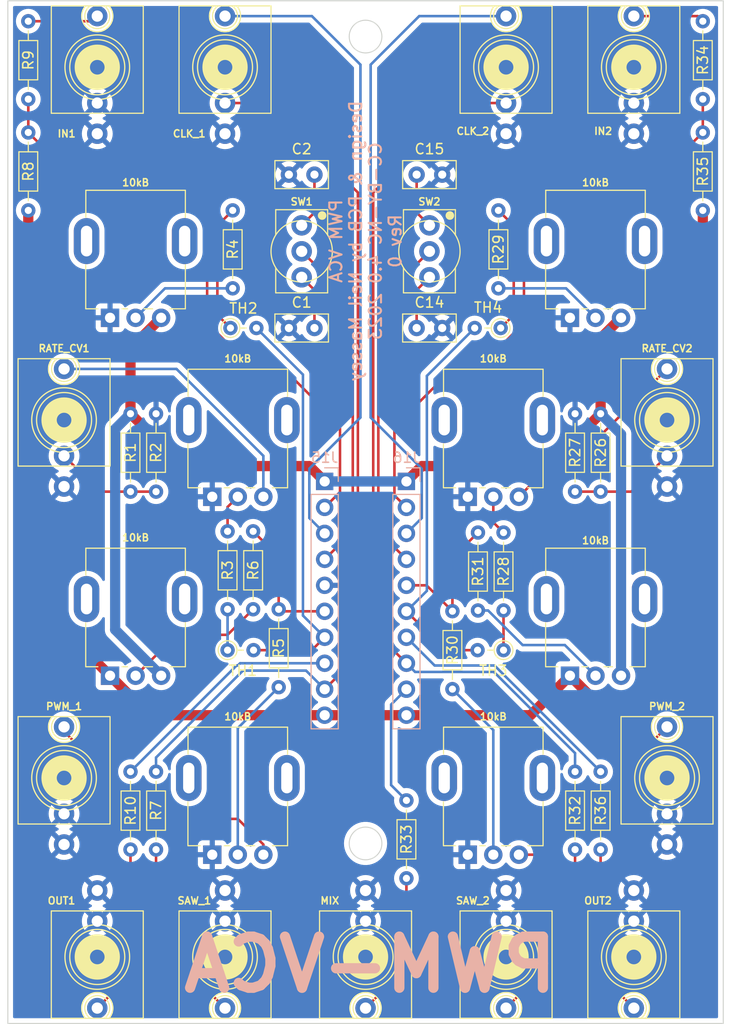
<source format=kicad_pcb>
(kicad_pcb (version 20211014) (generator pcbnew)
  (layers (0 "F.Cu" signal) (31 "B.Cu" signal) (34 "B.Paste" user) (35 "F.Paste" user) (36 "B.SilkS" user "B.Silkscreen") (37 "F.SilkS" user "F.Silkscreen") (38 "B.Mask" user) (39 "F.Mask" user) (44 "Edge.Cuts" user))
  (net 0 "")
  (net 1 "Net-(C1-Pad1)")
  (net 2 "GND")
  (net 3 "Net-(C2-Pad1)")
  (net 4 "Net-(C14-Pad1)")
  (net 5 "Net-(C15-Pad1)")
  (net 6 "Net-(J1-PadT)")
  (net 7 "Net-(J1-PadTN)")
  (net 8 "Net-(J2-PadT)")
  (net 9 "CLK_IN_1")
  (net 10 "SAW_1")
  (net 11 "Net-(J4-PadT)")
  (net 12 "Net-(J5-PadT)")
  (net 13 "Net-(J6-PadT)")
  (net 14 "Net-(J8-PadT)")
  (net 15 "Net-(J8-PadTN)")
  (net 16 "Net-(J9-PadT)")
  (net 17 "CLK_IN_2")
  (net 18 "SAW_2")
  (net 19 "Net-(J11-PadT)")
  (net 20 "Net-(J12-PadT)")
  (net 21 "Net-(J13-PadT)")
  (net 22 "Net-(J14-PadT)")
  (net 23 "+12V")
  (net 24 "IN_1")
  (net 25 "CV1")
  (net 26 "PW1")
  (net 27 "RATE_SEL_1")
  (net 28 "OUT_1")
  (net 29 "-12V")
  (net 30 "IN_2")
  (net 31 "CV2")
  (net 32 "PW2")
  (net 33 "RATE_SEL_2")
  (net 34 "MIX")
  (net 35 "OUT_2")
  (net 36 "Net-(PW1-Pad2)")
  (net 37 "Net-(PW2-Pad2)")
  (net 38 "Net-(PwmCV1-Pad2)")
  (net 39 "Net-(PwmCV2-Pad2)")
  (net 40 "Net-(R3-Pad1)")
  (net 41 "Net-(R3-Pad2)")
  (net 42 "Net-(R4-Pad1)")
  (net 43 "Net-(R4-Pad2)")
  (net 44 "Net-(R28-Pad1)")
  (net 45 "Net-(R28-Pad2)")
  (net 46 "Net-(R29-Pad1)")
  (net 47 "Net-(R29-Pad2)")
  (footprint "Resistor_THT:R_Axial_DIN0204_L3.6mm_D1.6mm_P7.62mm_Horizontal" (layer "F.Cu") (at 22 28.12 90)
    (fp_text reference "R4" (at 3.81 0 90) (layer "F.SilkS"))
    (fp_text value "100k")
    (pad "1" thru_hole circle (at 0 0 90) (size 1.4 1.4) (drill 0.7) (layers *.Cu *.Mask) (net 42 "Net-(R4-Pad1)"))
    (pad "2" thru_hole oval (at 7.62 0 90) (size 1.4 1.4) (drill 0.7) (layers *.Cu *.Mask) (net 43 "Net-(R4-Pad2)"))
  )
  (footprint "winterbloom:Potentiometer_Alpha_R0904N" (layer "F.Cu") (at 12.5 23.5)
    (fp_text reference "Rate1")
    (fp_text value "10kB" (at 0.005 -5.72) (layer "F.SilkS") (effects (font (size 0.7 0.7))))
    (pad "" thru_hole oval (at 4.8 0 180) (size 2.5 4.5) (drill oval 1.1 3) (layers *.Cu *.Mask))
    (pad "" thru_hole oval (at -4.8 0 180) (size 2.5 4.5) (drill oval 1.1 3) (layers *.Cu *.Mask))
    (pad "1" thru_hole rect (at -2.5 7.5 180) (size 1.8 1.8) (drill 1) (layers *.Cu *.Mask) (net 2 "GND"))
    (pad "2" thru_hole circle (at 0 7.5 180) (size 1.8 1.8) (drill 1) (layers *.Cu *.Mask) (net 42 "Net-(R4-Pad1)"))
    (pad "3" thru_hole circle (at 2.5 7.5 180) (size 1.8 1.8) (drill 1) (layers *.Cu *.Mask) (net 23 "+12V"))
  )
  (footprint "Resistor_THT:R_Axial_DIN0204_L3.6mm_D1.6mm_P7.62mm_Horizontal" (layer "F.Cu") (at 58 40.38 -90)
    (fp_text reference "R26" (at 3.81 0 90) (layer "F.SilkS"))
    (fp_text value "100k")
    (pad "1" thru_hole circle (at 0 0 270) (size 1.4 1.4) (drill 0.7) (layers *.Cu *.Mask) (net 23 "+12V"))
    (pad "2" thru_hole oval (at 7.62 0 270) (size 1.4 1.4) (drill 0.7) (layers *.Cu *.Mask) (net 15 "Net-(J8-PadTN)"))
  )
  (footprint "winterbloom:AudioJack_WQP518MA" (layer "F.Cu") (at 61.25 93.5 180)
    (fp_text reference "J14" hide)
    (fp_text value "OUT2" (at 3.5 5.5) (layer "F.SilkS") (effects (font (size 0.7 0.7))))
    (pad "S" thru_hole circle (at 0 6.5 180) (size 2 2) (drill 1.1) (layers *.Cu *.Mask) (net 2 "GND"))
    (pad "T" thru_hole circle (at 0 -5 180) (size 2 2) (drill 1.1) (layers *.Cu *.Mask) (net 22 "Net-(J14-PadT)"))
    (pad "TN" thru_hole circle (at 0 3.5 180) (size 2 2) (drill 1.1) (layers *.Cu *.Mask) (net 2 "GND"))
  )
  (footprint "winterbloom:Potentiometer_Alpha_R0904N" (layer "F.Cu") (at 47.5 41)
    (fp_text reference "RateCV2")
    (fp_text value "10kB" (at 0 -6) (layer "F.SilkS") (effects (font (size 0.7 0.7))))
    (pad "" thru_hole oval (at -4.8 0 180) (size 2.5 4.5) (drill oval 1.1 3) (layers *.Cu *.Mask))
    (pad "" thru_hole oval (at 4.8 0 180) (size 2.5 4.5) (drill oval 1.1 3) (layers *.Cu *.Mask))
    (pad "1" thru_hole rect (at -2.5 7.5 180) (size 1.8 1.8) (drill 1) (layers *.Cu *.Mask) (net 2 "GND"))
    (pad "2" thru_hole circle (at 0 7.5 180) (size 1.8 1.8) (drill 1) (layers *.Cu *.Mask) (net 44 "Net-(R28-Pad1)"))
    (pad "3" thru_hole circle (at 2.5 7.5 180) (size 1.8 1.8) (drill 1) (layers *.Cu *.Mask) (net 14 "Net-(J8-PadT)"))
  )
  (footprint "winterbloom:Potentiometer_Alpha_R0904N" (layer "F.Cu") (at 22.5 76)
    (fp_text reference "PwmCV1")
    (fp_text value "10kB" (at 0 -6) (layer "F.SilkS") (effects (font (size 0.7 0.7))))
    (pad "" thru_hole oval (at -4.8 0 180) (size 2.5 4.5) (drill oval 1.1 3) (layers *.Cu *.Mask))
    (pad "" thru_hole oval (at 4.8 0 180) (size 2.5 4.5) (drill oval 1.1 3) (layers *.Cu *.Mask))
    (pad "1" thru_hole rect (at -2.5 7.5 180) (size 1.8 1.8) (drill 1) (layers *.Cu *.Mask) (net 2 "GND"))
    (pad "2" thru_hole circle (at 0 7.5 180) (size 1.8 1.8) (drill 1) (layers *.Cu *.Mask) (net 38 "Net-(PwmCV1-Pad2)"))
    (pad "3" thru_hole circle (at 2.5 7.5 180) (size 1.8 1.8) (drill 1) (layers *.Cu *.Mask) (net 8 "Net-(J2-PadT)"))
  )
  (footprint "Resistor_THT:R_Axial_DIN0204_L3.6mm_D1.6mm_P7.62mm_Horizontal" (layer "F.Cu") (at 21.5 51.88 -90)
    (fp_text reference "R3" (at 3.81 0 90) (layer "F.SilkS"))
    (fp_text value "100k")
    (pad "1" thru_hole circle (at 0 0 270) (size 1.4 1.4) (drill 0.7) (layers *.Cu *.Mask) (net 40 "Net-(R3-Pad1)"))
    (pad "2" thru_hole oval (at 7.62 0 270) (size 1.4 1.4) (drill 0.7) (layers *.Cu *.Mask) (net 41 "Net-(R3-Pad2)"))
  )
  (footprint "Resistor_THT:R_Axial_DIN0204_L3.6mm_D1.6mm_P7.62mm_Horizontal" (layer "F.Cu") (at 55.5 83 90)
    (fp_text reference "R32" (at 3.81 0 90) (layer "F.SilkS"))
    (fp_text value "1k")
    (pad "1" thru_hole circle (at 0 0 90) (size 1.4 1.4) (drill 0.7) (layers *.Cu *.Mask) (net 19 "Net-(J11-PadT)"))
    (pad "2" thru_hole oval (at 7.62 0 90) (size 1.4 1.4) (drill 0.7) (layers *.Cu *.Mask) (net 18 "SAW_2"))
  )
  (footprint "Resistor_THT:R_Axial_DIN0204_L3.6mm_D1.6mm_P7.62mm_Horizontal" (layer "F.Cu") (at 55.5 48 90)
    (fp_text reference "R27" (at 3.81 0 90) (layer "F.SilkS"))
    (fp_text value "22k")
    (pad "1" thru_hole circle (at 0 0 90) (size 1.4 1.4) (drill 0.7) (layers *.Cu *.Mask) (net 15 "Net-(J8-PadTN)"))
    (pad "2" thru_hole oval (at 7.62 0 90) (size 1.4 1.4) (drill 0.7) (layers *.Cu *.Mask) (net 2 "GND"))
  )
  (footprint "Resistor_THT:R_Axial_DIN0204_L3.6mm_D1.6mm_P7.62mm_Horizontal" (layer "F.Cu") (at 14.5 83 90)
    (fp_text reference "R7" (at 3.81 0 90) (layer "F.SilkS"))
    (fp_text value "1k")
    (pad "1" thru_hole circle (at 0 0 90) (size 1.4 1.4) (drill 0.7) (layers *.Cu *.Mask) (net 11 "Net-(J4-PadT)"))
    (pad "2" thru_hole oval (at 7.62 0 90) (size 1.4 1.4) (drill 0.7) (layers *.Cu *.Mask) (net 10 "SAW_1"))
  )
  (footprint "winterbloom:Potentiometer_Alpha_R0904N" (layer "F.Cu") (at 12.5 58.5)
    (fp_text reference "PW1")
    (fp_text value "10kB" (at 0 -6) (layer "F.SilkS") (effects (font (size 0.7 0.7))))
    (pad "" thru_hole oval (at 4.8 0 180) (size 2.5 4.5) (drill oval 1.1 3) (layers *.Cu *.Mask))
    (pad "" thru_hole oval (at -4.8 0 180) (size 2.5 4.5) (drill oval 1.1 3) (layers *.Cu *.Mask))
    (pad "1" thru_hole rect (at -2.5 7.5 180) (size 1.8 1.8) (drill 1) (layers *.Cu *.Mask) (net 29 "-12V"))
    (pad "2" thru_hole circle (at 0 7.5 180) (size 1.8 1.8) (drill 1) (layers *.Cu *.Mask) (net 36 "Net-(PW1-Pad2)"))
    (pad "3" thru_hole circle (at 2.5 7.5 180) (size 1.8 1.8) (drill 1) (layers *.Cu *.Mask) (net 23 "+12V"))
  )
  (footprint "winterbloom:Potentiometer_Alpha_R0904N" (layer "F.Cu") (at 22.5 41)
    (fp_text reference "RateCV1")
    (fp_text value "10kB" (at 0 -6) (layer "F.SilkS") (effects (font (size 0.7 0.7))))
    (pad "" thru_hole oval (at 4.8 0 180) (size 2.5 4.5) (drill oval 1.1 3) (layers *.Cu *.Mask))
    (pad "" thru_hole oval (at -4.8 0 180) (size 2.5 4.5) (drill oval 1.1 3) (layers *.Cu *.Mask))
    (pad "1" thru_hole rect (at -2.5 7.5 180) (size 1.8 1.8) (drill 1) (layers *.Cu *.Mask) (net 2 "GND"))
    (pad "2" thru_hole circle (at 0 7.5 180) (size 1.8 1.8) (drill 1) (layers *.Cu *.Mask) (net 40 "Net-(R3-Pad1)"))
    (pad "3" thru_hole circle (at 2.5 7.5 180) (size 1.8 1.8) (drill 1) (layers *.Cu *.Mask) (net 6 "Net-(J1-PadT)"))
  )
  (footprint "Resistor_THT:R_Axial_DIN0204_L3.6mm_D1.6mm_P7.62mm_Horizontal" (layer "F.Cu") (at 43.5 67.31 90)
    (fp_text reference "R30" (at 3.81 0 90) (layer "F.SilkS"))
    (fp_text value "100k")
    (pad "1" thru_hole circle (at 0 0 90) (size 1.4 1.4) (drill 0.7) (layers *.Cu *.Mask) (net 39 "Net-(PwmCV2-Pad2)"))
    (pad "2" thru_hole oval (at 7.62 0 90) (size 1.4 1.4) (drill 0.7) (layers *.Cu *.Mask) (net 32 "PW2"))
  )
  (footprint "winterbloom:AudioJack_WQP518MA" (layer "F.Cu") (at 48.75 93.5 180)
    (fp_text reference "J11" hide)
    (fp_text value "SAW_2" (at 3.25 5.5) (layer "F.SilkS") (effects (font (size 0.7 0.7))))
    (pad "S" thru_hole circle (at 0 6.5 180) (size 2 2) (drill 1.1) (layers *.Cu *.Mask) (net 2 "GND"))
    (pad "T" thru_hole circle (at 0 -5 180) (size 2 2) (drill 1.1) (layers *.Cu *.Mask) (net 19 "Net-(J11-PadT)"))
    (pad "TN" thru_hole circle (at 0 3.5 180) (size 2 2) (drill 1.1) (layers *.Cu *.Mask) (net 2 "GND"))
  )
  (footprint "winterbloom:Miniature_Switch_SPDT_2.54MM" (layer "F.Cu") (at 41.25 24.5)
    (fp_text reference "SW2" (at 0 -4.85 unlocked) (layer "F.SilkS") (effects (font (size 0.7 0.7))))
    (fp_text value "SW_SPDT")
    (pad "1" thru_hole circle (at 0 -2.54) (size 2 2) (drill 1.1) (layers *.Cu *.Mask) (net 5 "Net-(C15-Pad1)"))
    (pad "2" thru_hole circle (at 0 0) (size 2 2) (drill 1.1) (layers *.Cu *.Mask) (net 33 "RATE_SEL_2"))
    (pad "3" thru_hole circle (at 0 2.54) (size 2 2) (drill 1.1) (layers *.Cu *.Mask) (net 4 "Net-(C14-Pad1)"))
  )
  (footprint "Resistor_THT:R_Axial_DIN0204_L3.6mm_D1.6mm_P7.62mm_Horizontal" (layer "F.Cu") (at 12 40.38 -90)
    (fp_text reference "R1" (at 3.81 0 90) (layer "F.SilkS"))
    (fp_text value "100k")
    (pad "1" thru_hole circle (at 0 0 270) (size 1.4 1.4) (drill 0.7) (layers *.Cu *.Mask) (net 23 "+12V"))
    (pad "2" thru_hole oval (at 7.62 0 270) (size 1.4 1.4) (drill 0.7) (layers *.Cu *.Mask) (net 7 "Net-(J1-PadTN)"))
  )
  (footprint "Capacitor_THT:C_Disc_D5.0mm_W2.5mm_P2.50mm" (layer "F.Cu") (at 40 17)
    (fp_text reference "C15" (at 1.25 -2.5) (layer "F.SilkS"))
    (fp_text value "220nF")
    (pad "1" thru_hole circle (at 0 0) (size 1.6 1.6) (drill 0.8) (layers *.Cu *.Mask) (net 5 "Net-(C15-Pad1)"))
    (pad "2" thru_hole circle (at 2.5 0) (size 1.6 1.6) (drill 0.8) (layers *.Cu *.Mask) (net 2 "GND"))
  )
  (footprint "Resistor_THT:R_Axial_DIN0204_L3.6mm_D1.6mm_P7.62mm_Horizontal" (layer "F.Cu") (at 26.5 67.12 90)
    (fp_text reference "R5" (at 3.81 0 90) (layer "F.SilkS"))
    (fp_text value "100k")
    (pad "1" thru_hole circle (at 0 0 90) (size 1.4 1.4) (drill 0.7) (layers *.Cu *.Mask) (net 38 "Net-(PwmCV1-Pad2)"))
    (pad "2" thru_hole oval (at 7.62 0 90) (size 1.4 1.4) (drill 0.7) (layers *.Cu *.Mask) (net 26 "PW1"))
  )
  (footprint "winterbloom:Potentiometer_Alpha_R0904N" (layer "F.Cu") (at 57.5 58.5)
    (fp_text reference "PW2")
    (fp_text value "10kB" (at 0.005 -5.72) (layer "F.SilkS") (effects (font (size 0.7 0.7))))
    (pad "" thru_hole oval (at 4.8 0 180) (size 2.5 4.5) (drill oval 1.1 3) (layers *.Cu *.Mask))
    (pad "" thru_hole oval (at -4.8 0 180) (size 2.5 4.5) (drill oval 1.1 3) (layers *.Cu *.Mask))
    (pad "1" thru_hole rect (at -2.5 7.5 180) (size 1.8 1.8) (drill 1) (layers *.Cu *.Mask) (net 29 "-12V"))
    (pad "2" thru_hole circle (at 0 7.5 180) (size 1.8 1.8) (drill 1) (layers *.Cu *.Mask) (net 37 "Net-(PW2-Pad2)"))
    (pad "3" thru_hole circle (at 2.5 7.5 180) (size 1.8 1.8) (drill 1) (layers *.Cu *.Mask) (net 23 "+12V"))
  )
  (footprint "Resistor_THT:R_Axial_DIN0204_L3.6mm_D1.6mm_P2.54mm_Vertical" (layer "F.Cu") (at 21.5 63.5)
    (fp_text reference "TH1" (at 1.5 2) (layer "F.SilkS"))
    (fp_text value "10k")
    (pad "1" thru_hole circle (at 0 0) (size 1.4 1.4) (drill 0.7) (layers *.Cu *.Mask) (net 41 "Net-(R3-Pad2)"))
    (pad "2" thru_hole oval (at 2.54 0) (size 1.4 1.4) (drill 0.7) (layers *.Cu *.Mask) (net 25 "CV1"))
  )
  (footprint "winterbloom:AudioJack_WQP518MA" (layer "F.Cu") (at 21.25 93.5 180)
    (fp_text reference "J4" hide)
    (fp_text value "SAW_1" (at 3 5.5) (layer "F.SilkS") (effects (font (size 0.7 0.7))))
    (pad "S" thru_hole circle (at 0 6.5 180) (size 2 2) (drill 1.1) (layers *.Cu *.Mask) (net 2 "GND"))
    (pad "T" thru_hole circle (at 0 -5 180) (size 2 2) (drill 1.1) (layers *.Cu *.Mask) (net 11 "Net-(J4-PadT)"))
    (pad "TN" thru_hole circle (at 0 3.5 180) (size 2 2) (drill 1.1) (layers *.Cu *.Mask) (net 2 "GND"))
  )
  (footprint "Resistor_THT:R_Axial_DIN0204_L3.6mm_D1.6mm_P7.62mm_Horizontal" (layer "F.Cu") (at 14.5 48 90)
    (fp_text reference "R2" (at 3.81 0 90) (layer "F.SilkS"))
    (fp_text value "22k")
    (pad "1" thru_hole circle (at 0 0 90) (size 1.4 1.4) (drill 0.7) (layers *.Cu *.Mask) (net 7 "Net-(J1-PadTN)"))
    (pad "2" thru_hole oval (at 7.62 0 90) (size 1.4 1.4) (drill 0.7) (layers *.Cu *.Mask) (net 2 "GND"))
  )
  (footprint "winterbloom:AudioJack_WQP518MA" (layer "F.Cu") (at 64.5 41)
    (fp_text reference "J8" hide)
    (fp_text value "RATE_CV2" (at 0 -7) (layer "F.SilkS") (effects (font (size 0.7 0.7))))
    (pad "S" thru_hole circle (at 0 6.5) (size 2 2) (drill 1.1) (layers *.Cu *.Mask) (net 2 "GND"))
    (pad "T" thru_hole circle (at 0 -5) (size 2 2) (drill 1.1) (layers *.Cu *.Mask) (net 14 "Net-(J8-PadT)"))
    (pad "TN" thru_hole circle (at 0 3.5) (size 2 2) (drill 1.1) (layers *.Cu *.Mask) (net 15 "Net-(J8-PadTN)"))
  )
  (footprint "winterbloom:Miniature_Switch_SPDT_2.54MM" (layer "F.Cu") (at 28.75 24.5)
    (fp_text reference "SW1" (at 0 -4.85 unlocked) (layer "F.SilkS") (effects (font (size 0.7 0.7))))
    (fp_text value "SW_SPDT")
    (pad "1" thru_hole circle (at 0 -2.54) (size 2 2) (drill 1.1) (layers *.Cu *.Mask) (net 3 "Net-(C2-Pad1)"))
    (pad "2" thru_hole circle (at 0 0) (size 2 2) (drill 1.1) (layers *.Cu *.Mask) (net 27 "RATE_SEL_1"))
    (pad "3" thru_hole circle (at 0 2.54) (size 2 2) (drill 1.1) (layers *.Cu *.Mask) (net 1 "Net-(C1-Pad1)"))
  )
  (footprint "Resistor_THT:R_Axial_DIN0204_L3.6mm_D1.6mm_P7.62mm_Horizontal" (layer "F.Cu") (at 68 20.5 90)
    (fp_text reference "R35" (at 3.81 0 90) (layer "F.SilkS"))
    (fp_text value "100k")
    (pad "1" thru_hole circle (at 0 0 90) (size 1.4 1.4) (drill 0.7) (layers *.Cu *.Mask) (net 29 "-12V"))
    (pad "2" thru_hole oval (at 7.62 0 90) (size 1.4 1.4) (drill 0.7) (layers *.Cu *.Mask) (net 30 "IN_2"))
  )
  (footprint "winterbloom:AudioJack_WQP518MA" (layer "F.Cu") (at 35 93.5 180)
    (fp_text reference "J12" hide)
    (fp_text value "MIX" (at 3.5 5.5) (layer "F.SilkS") (effects (font (size 0.7 0.7))))
    (pad "S" thru_hole circle (at 0 6.5 180) (size 2 2) (drill 1.1) (layers *.Cu *.Mask) (net 2 "GND"))
    (pad "T" thru_hole circle (at 0 -5 180) (size 2 2) (drill 1.1) (layers *.Cu *.Mask) (net 20 "Net-(J12-PadT)"))
    (pad "TN" thru_hole circle (at 0 3.5 180) (size 2 2) (drill 1.1) (layers *.Cu *.Mask) (net 2 "GND"))
  )
  (footprint "Resistor_THT:R_Axial_DIN0204_L3.6mm_D1.6mm_P7.62mm_Horizontal" (layer "F.Cu") (at 46 59.62 90)
    (fp_text reference "R31" (at 3.81 0 90) (layer "F.SilkS"))
    (fp_text value "220k")
    (pad "1" thru_hole circle (at 0 0 90) (size 1.4 1.4) (drill 0.7) (layers *.Cu *.Mask) (net 37 "Net-(PW2-Pad2)"))
    (pad "2" thru_hole oval (at 7.62 0 90) (size 1.4 1.4) (drill 0.7) (layers *.Cu *.Mask) (net 32 "PW2"))
  )
  (footprint "winterbloom:AudioJack_WQP518MA" (layer "F.Cu") (at 8.75 93.5 180)
    (fp_text reference "J6" hide)
    (fp_text value "OUT1" (at 3.5 5.5) (layer "F.SilkS") (effects (font (size 0.7 0.7))))
    (pad "S" thru_hole circle (at 0 6.5 180) (size 2 2) (drill 1.1) (layers *.Cu *.Mask) (net 2 "GND"))
    (pad "T" thru_hole circle (at 0 -5 180) (size 2 2) (drill 1.1) (layers *.Cu *.Mask) (net 13 "Net-(J6-PadT)"))
    (pad "TN" thru_hole circle (at 0 3.5 180) (size 2 2) (drill 1.1) (layers *.Cu *.Mask) (net 2 "GND"))
  )
  (footprint "Capacitor_THT:C_Disc_D5.0mm_W2.5mm_P2.50mm" (layer "F.Cu") (at 30 17 180)
    (fp_text reference "C2" (at 1.25 2.5) (layer "F.SilkS"))
    (fp_text value "220nF")
    (pad "1" thru_hole circle (at 0 0 180) (size 1.6 1.6) (drill 0.8) (layers *.Cu *.Mask) (net 3 "Net-(C2-Pad1)"))
    (pad "2" thru_hole circle (at 2.5 0 180) (size 1.6 1.6) (drill 0.8) (layers *.Cu *.Mask) (net 2 "GND"))
  )
  (footprint "Capacitor_THT:C_Disc_D5.0mm_W2.5mm_P2.50mm" (layer "F.Cu") (at 30 32 180)
    (fp_text reference "C1" (at 1.25 2.5) (layer "F.SilkS"))
    (fp_text value "10nF")
    (pad "1" thru_hole circle (at 0 0 180) (size 1.6 1.6) (drill 0.8) (layers *.Cu *.Mask) (net 1 "Net-(C1-Pad1)"))
    (pad "2" thru_hole circle (at 2.5 0 180) (size 1.6 1.6) (drill 0.8) (layers *.Cu *.Mask) (net 2 "GND"))
  )
  (footprint "winterbloom:AudioJack_WQP518MA" (layer "F.Cu") (at 5.5 76)
    (fp_text reference "J2" hide)
    (fp_text value "PWM_1" (at 0 -7) (layer "F.SilkS") (effects (font (size 0.7 0.7))))
    (pad "S" thru_hole circle (at 0 6.5) (size 2 2) (drill 1.1) (layers *.Cu *.Mask) (net 2 "GND"))
    (pad "T" thru_hole circle (at 0 -5) (size 2 2) (drill 1.1) (layers *.Cu *.Mask) (net 8 "Net-(J2-PadT)"))
    (pad "TN" thru_hole circle (at 0 3.5) (size 2 2) (drill 1.1) (layers *.Cu *.Mask) (net 2 "GND"))
  )
  (footprint "Resistor_THT:R_Axial_DIN0204_L3.6mm_D1.6mm_P7.62mm_Horizontal" (layer "F.Cu") (at 24 59.5 90)
    (fp_text reference "R6" (at 3.81 0 90) (layer "F.SilkS"))
    (fp_text value "220k")
    (pad "1" thru_hole circle (at 0 0 90) (size 1.4 1.4) (drill 0.7) (layers *.Cu *.Mask) (net 36 "Net-(PW1-Pad2)"))
    (pad "2" thru_hole oval (at 7.62 0 90) (size 1.4 1.4) (drill 0.7) (layers *.Cu *.Mask) (net 26 "PW1"))
  )
  (footprint "Resistor_THT:R_Axial_DIN0204_L3.6mm_D1.6mm_P2.54mm_Vertical" (layer "F.Cu") (at 48.5 63.5 180)
    (fp_text reference "TH3" (at 1 -2) (layer "F.SilkS"))
    (fp_text value "10k")
    (pad "1" thru_hole circle (at 0 0 180) (size 1.4 1.4) (drill 0.7) (layers *.Cu *.Mask) (net 45 "Net-(R28-Pad2)"))
    (pad "2" thru_hole oval (at 2.54 0 180) (size 1.4 1.4) (drill 0.7) (layers *.Cu *.Mask) (net 31 "CV2"))
  )
  (footprint "winterbloom:AudioJack_WQP518MA" (layer "F.Cu") (at 8.75 6.5)
    (fp_text reference "J5" hide)
    (fp_text value "IN1" (at -3 6.5) (layer "F.SilkS") (effects (font (size 0.7 0.7))))
    (pad "S" thru_hole circle (at 0 6.5) (size 2 2) (drill 1.1) (layers *.Cu *.Mask) (net 2 "GND"))
    (pad "T" thru_hole circle (at 0 -5) (size 2 2) (drill 1.1) (layers *.Cu *.Mask) (net 12 "Net-(J5-PadT)"))
    (pad "TN" thru_hole circle (at 0 3.5) (size 2 2) (drill 1.1) (layers *.Cu *.Mask) (net 2 "GND"))
  )
  (footprint "winterbloom:AudioJack_WQP518MA" (layer "F.Cu") (at 5.5 41)
    (fp_text reference "J1" hide)
    (fp_text value "RATE_CV1" (at 0 -7) (layer "F.SilkS") (effects (font (size 0.7 0.7))))
    (pad "S" thru_hole circle (at 0 6.5) (size 2 2) (drill 1.1) (layers *.Cu *.Mask) (net 2 "GND"))
    (pad "T" thru_hole circle (at 0 -5) (size 2 2) (drill 1.1) (layers *.Cu *.Mask) (net 6 "Net-(J1-PadT)"))
    (pad "TN" thru_hole circle (at 0 3.5) (size 2 2) (drill 1.1) (layers *.Cu *.Mask) (net 7 "Net-(J1-PadTN)"))
  )
  (footprint "Resistor_THT:R_Axial_DIN0204_L3.6mm_D1.6mm_P2.54mm_Vertical" (layer "F.Cu") (at 21.78 32)
    (fp_text reference "TH2" (at 1.27 -1.92) (layer "F.SilkS"))
    (fp_text value "10k")
    (pad "1" thru_hole circle (at 0 0) (size 1.4 1.4) (drill 0.7) (layers *.Cu *.Mask) (net 43 "Net-(R4-Pad2)"))
    (pad "2" thru_hole oval (at 2.54 0) (size 1.4 1.4) (drill 0.7) (layers *.Cu *.Mask) (net 25 "CV1"))
  )
  (footprint "winterbloom:AudioJack_WQP518MA" (layer "F.Cu") (at 48.75 6.5)
    (fp_text reference "J10" hide)
    (fp_text value "CLK_2" (at -3.25 6.25) (layer "F.SilkS") (effects (font (size 0.7 0.7))))
    (pad "S" thru_hole circle (at 0 6.5) (size 2 2) (drill 1.1) (layers *.Cu *.Mask) (net 2 "GND"))
    (pad "T" thru_hole circle (at 0 -5) (size 2 2) (drill 1.1) (layers *.Cu *.Mask) (net 17 "CLK_IN_2"))
    (pad "TN" thru_hole circle (at 0 3.5) (size 2 2) (drill 1.1) (layers *.Cu *.Mask) (net 18 "SAW_2"))
  )
  (footprint "Resistor_THT:R_Axial_DIN0204_L3.6mm_D1.6mm_P7.62mm_Horizontal" (layer "F.Cu") (at 12 75.38 -90)
    (fp_text reference "R10" (at 3.81 0 90) (layer "F.SilkS"))
    (fp_text value "1k")
    (pad "1" thru_hole circle (at 0 0 270) (size 1.4 1.4) (drill 0.7) (layers *.Cu *.Mask) (net 28 "OUT_1"))
    (pad "2" thru_hole oval (at 7.62 0 270) (size 1.4 1.4) (drill 0.7) (layers *.Cu *.Mask) (net 13 "Net-(J6-PadT)"))
  )
  (footprint "Resistor_THT:R_Axial_DIN0204_L3.6mm_D1.6mm_P7.62mm_Horizontal" (layer "F.Cu") (at 58 75.38 -90)
    (fp_text reference "R36" (at 3.81 0 90) (layer "F.SilkS"))
    (fp_text value "1k")
    (pad "1" thru_hole circle (at 0 0 270) (size 1.4 1.4) (drill 0.7) (layers *.Cu *.Mask) (net 35 "OUT_2"))
    (pad "2" thru_hole oval (at 7.62 0 270) (size 1.4 1.4) (drill 0.7) (layers *.Cu *.Mask) (net 22 "Net-(J14-PadT)"))
  )
  (footprint "Capacitor_THT:C_Disc_D5.0mm_W2.5mm_P2.50mm" (layer "F.Cu") (at 40 32)
    (fp_text reference "C14" (at 1.25 -2.5) (layer "F.SilkS"))
    (fp_text value "10nF")
    (pad "1" thru_hole circle (at 0 0) (size 1.6 1.6) (drill 0.8) (layers *.Cu *.Mask) (net 4 "Net-(C14-Pad1)"))
    (pad "2" thru_hole circle (at 2.5 0) (size 1.6 1.6) (drill 0.8) (layers *.Cu *.Mask) (net 2 "GND"))
  )
  (footprint "winterbloom:AudioJack_WQP518MA" (layer "F.Cu") (at 64.5 76)
    (fp_text reference "J9" hide)
    (fp_text value "PWM_2" (at 0 -7) (layer "F.SilkS") (effects (font (size 0.7 0.7))))
    (pad "S" thru_hole circle (at 0 6.5) (size 2 2) (drill 1.1) (layers *.Cu *.Mask) (net 2 "GND"))
    (pad "T" thru_hole circle (at 0 -5) (size 2 2) (drill 1.1) (layers *.Cu *.Mask) (net 16 "Net-(J9-PadT)"))
    (pad "TN" thru_hole circle (at 0 3.5) (size 2 2) (drill 1.1) (layers *.Cu *.Mask) (net 2 "GND"))
  )
  (footprint "winterbloom:AudioJack_WQP518MA" (layer "F.Cu") (at 61.25 6.5)
    (fp_text reference "J13" hide)
    (fp_text value "IN2" (at -3 6.25) (layer "F.SilkS") (effects (font (size 0.7 0.7))))
    (pad "S" thru_hole circle (at 0 6.5) (size 2 2) (drill 1.1) (layers *.Cu *.Mask) (net 2 "GND"))
    (pad "T" thru_hole circle (at 0 -5) (size 2 2) (drill 1.1) (layers *.Cu *.Mask) (net 21 "Net-(J13-PadT)"))
    (pad "TN" thru_hole circle (at 0 3.5) (size 2 2) (drill 1.1) (layers *.Cu *.Mask) (net 2 "GND"))
  )
  (footprint "Resistor_THT:R_Axial_DIN0204_L3.6mm_D1.6mm_P7.62mm_Horizontal" (layer "F.Cu") (at 48 28.12 90)
    (fp_text reference "R29" (at 3.81 0 90) (layer "F.SilkS"))
    (fp_text value "100k")
    (pad "1" thru_hole circle (at 0 0 90) (size 1.4 1.4) (drill 0.7) (layers *.Cu *.Mask) (net 46 "Net-(R29-Pad1)"))
    (pad "2" thru_hole oval (at 7.62 0 90) (size 1.4 1.4) (drill 0.7) (layers *.Cu *.Mask) (net 47 "Net-(R29-Pad2)"))
  )
  (footprint "winterbloom:Potentiometer_Alpha_R0904N" (layer "F.Cu") (at 57.5 23.5)
    (fp_text reference "Rate2")
    (fp_text value "10kB" (at 0.005 -5.72) (layer "F.SilkS") (effects (font (size 0.7 0.7))))
    (pad "" thru_hole oval (at 4.8 0 180) (size 2.5 4.5) (drill oval 1.1 3) (layers *.Cu *.Mask))
    (pad "" thru_hole oval (at -4.8 0 180) (size 2.5 4.5) (drill oval 1.1 3) (layers *.Cu *.Mask))
    (pad "1" thru_hole rect (at -2.5 7.5 180) (size 1.8 1.8) (drill 1) (layers *.Cu *.Mask) (net 2 "GND"))
    (pad "2" thru_hole circle (at 0 7.5 180) (size 1.8 1.8) (drill 1) (layers *.Cu *.Mask) (net 46 "Net-(R29-Pad1)"))
    (pad "3" thru_hole circle (at 2.5 7.5 180) (size 1.8 1.8) (drill 1) (layers *.Cu *.Mask) (net 23 "+12V"))
  )
  (footprint "winterbloom:AudioJack_WQP518MA" (layer "F.Cu") (at 21.25 6.5)
    (fp_text reference "J3" hide)
    (fp_text value "CLK_1" (at -3.5 6.5) (layer "F.SilkS") (effects (font (size 0.7 0.7))))
    (pad "S" thru_hole circle (at 0 6.5) (size 2 2) (drill 1.1) (layers *.Cu *.Mask) (net 2 "GND"))
    (pad "T" thru_hole circle (at 0 -5) (size 2 2) (drill 1.1) (layers *.Cu *.Mask) (net 9 "CLK_IN_1"))
    (pad "TN" thru_hole circle (at 0 3.5) (size 2 2) (drill 1.1) (layers *.Cu *.Mask) (net 10 "SAW_1"))
  )
  (footprint "Resistor_THT:R_Axial_DIN0204_L3.6mm_D1.6mm_P7.62mm_Horizontal" (layer "F.Cu") (at 48.5 52 -90)
    (fp_text reference "R28" (at 3.81 0 90) (layer "F.SilkS"))
    (fp_text value "100k")
    (pad "1" thru_hole circle (at 0 0 270) (size 1.4 1.4) (drill 0.7) (layers *.Cu *.Mask) (net 44 "Net-(R28-Pad1)"))
    (pad "2" thru_hole oval (at 7.62 0 270) (size 1.4 1.4) (drill 0.7) (layers *.Cu *.Mask) (net 45 "Net-(R28-Pad2)"))
  )
  (footprint "Resistor_THT:R_Axial_DIN0204_L3.6mm_D1.6mm_P7.62mm_Horizontal" (layer "F.Cu") (at 39 78.19 -90)
    (fp_text reference "R33" (at 3.81 0 90) (layer "F.SilkS"))
    (fp_text value "1k")
    (pad "1" thru_hole circle (at 0 0 270) (size 1.4 1.4) (drill 0.7) (layers *.Cu *.Mask) (net 34 "MIX"))
    (pad "2" thru_hole oval (at 7.62 0 270) (size 1.4 1.4) (drill 0.7) (layers *.Cu *.Mask) (net 20 "Net-(J12-PadT)"))
  )
  (footprint "Resistor_THT:R_Axial_DIN0204_L3.6mm_D1.6mm_P2.54mm_Vertical" (layer "F.Cu") (at 48.22 32 180)
    (fp_text reference "TH4" (at 1.23 2) (layer "F.SilkS"))
    (fp_text value "10k")
    (pad "1" thru_hole circle (at 0 0 180) (size 1.4 1.4) (drill 0.7) (layers *.Cu *.Mask) (net 47 "Net-(R29-Pad2)"))
    (pad "2" thru_hole oval (at 2.54 0 180) (size 1.4 1.4) (drill 0.7) (layers *.Cu *.Mask) (net 31 "CV2"))
  )
  (footprint "Resistor_THT:R_Axial_DIN0204_L3.6mm_D1.6mm_P7.62mm_Horizontal" (layer "F.Cu") (at 2 2 -90)
    (fp_text reference "R9" (at 3.81 0 90) (layer "F.SilkS"))
    (fp_text value "100k")
    (pad "1" thru_hole circle (at 0 0 270) (size 1.4 1.4) (drill 0.7) (layers *.Cu *.Mask) (net 12 "Net-(J5-PadT)"))
    (pad "2" thru_hole oval (at 7.62 0 270) (size 1.4 1.4) (drill 0.7) (layers *.Cu *.Mask) (net 24 "IN_1"))
  )
  (footprint "winterbloom:Potentiometer_Alpha_R0904N" (layer "F.Cu") (at 47.5 76)
    (fp_text reference "PwmCV2")
    (fp_text value "10kB" (at 0 -6) (layer "F.SilkS") (effects (font (size 0.7 0.7))))
    (pad "" thru_hole oval (at 4.8 0 180) (size 2.5 4.5) (drill oval 1.1 3) (layers *.Cu *.Mask))
    (pad "" thru_hole oval (at -4.8 0 180) (size 2.5 4.5) (drill oval 1.1 3) (layers *.Cu *.Mask))
    (pad "1" thru_hole rect (at -2.5 7.5 180) (size 1.8 1.8) (drill 1) (layers *.Cu *.Mask) (net 2 "GND"))
    (pad "2" thru_hole circle (at 0 7.5 180) (size 1.8 1.8) (drill 1) (layers *.Cu *.Mask) (net 39 "Net-(PwmCV2-Pad2)"))
    (pad "3" thru_hole circle (at 2.5 7.5 180) (size 1.8 1.8) (drill 1) (layers *.Cu *.Mask) (net 16 "Net-(J9-PadT)"))
  )
  (footprint "Resistor_THT:R_Axial_DIN0204_L3.6mm_D1.6mm_P7.62mm_Horizontal" (layer "F.Cu") (at 68 2 -90)
    (fp_text reference "R34" (at 3.81 0 90) (layer "F.SilkS"))
    (fp_text value "100k")
    (pad "1" thru_hole circle (at 0 0 270) (size 1.4 1.4) (drill 0.7) (layers *.Cu *.Mask) (net 21 "Net-(J13-PadT)"))
    (pad "2" thru_hole oval (at 7.62 0 270) (size 1.4 1.4) (drill 0.7) (layers *.Cu *.Mask) (net 30 "IN_2"))
  )
  (footprint "Resistor_THT:R_Axial_DIN0204_L3.6mm_D1.6mm_P7.62mm_Horizontal" (layer "F.Cu") (at 2 20.5 90)
    (fp_text reference "R8" (at 3.81 0 90) (layer "F.SilkS"))
    (fp_text value "100k")
    (pad "1" thru_hole circle (at 0 0 90) (size 1.4 1.4) (drill 0.7) (layers *.Cu *.Mask) (net 29 "-12V"))
    (pad "2" thru_hole oval (at 7.62 0 90) (size 1.4 1.4) (drill 0.7) (layers *.Cu *.Mask) (net 24 "IN_1"))
  )
  (footprint "Connector_PinHeader_2.54mm:PinHeader_1x10_P2.54mm_Vertical" (layer "B.Cu") (at 39 47 180)
    (fp_text reference "J16" (at 0 2.33) (layer "B.SilkS") (effects (justify mirror)))
    (fp_text value "Conn_01x10_Male" hide)
    (pad "1" thru_hole rect (at 0 0 180) (size 1.7 1.7) (drill 1) (layers *.Cu *.Mask) (net 23 "+12V"))
    (pad "2" thru_hole oval (at 0 -2.54 180) (size 1.7 1.7) (drill 1) (layers *.Cu *.Mask) (net 30 "IN_2"))
    (pad "3" thru_hole oval (at 0 -5.08 180) (size 1.7 1.7) (drill 1) (layers *.Cu *.Mask) (net 17 "CLK_IN_2"))
    (pad "4" thru_hole oval (at 0 -7.62 180) (size 1.7 1.7) (drill 1) (layers *.Cu *.Mask) (net 33 "RATE_SEL_2"))
    (pad "5" thru_hole oval (at 0 -10.16 180) (size 1.7 1.7) (drill 1) (layers *.Cu *.Mask) (net 32 "PW2"))
    (pad "6" thru_hole oval (at 0 -12.7 180) (size 1.7 1.7) (drill 1) (layers *.Cu *.Mask) (net 31 "CV2"))
    (pad "7" thru_hole oval (at 0 -15.24 180) (size 1.7 1.7) (drill 1) (layers *.Cu *.Mask) (net 35 "OUT_2"))
    (pad "8" thru_hole oval (at 0 -17.78 180) (size 1.7 1.7) (drill 1) (layers *.Cu *.Mask) (net 18 "SAW_2"))
    (pad "9" thru_hole oval (at 0 -20.32 180) (size 1.7 1.7) (drill 1) (layers *.Cu *.Mask) (net 34 "MIX"))
    (pad "10" thru_hole oval (at 0 -22.86 180) (size 1.7 1.7) (drill 1) (layers *.Cu *.Mask) (net 29 "-12V"))
  )
  (footprint "Connector_PinHeader_2.54mm:PinHeader_1x10_P2.54mm_Vertical" (layer "B.Cu") (at 31 47 180)
    (fp_text reference "J15" (at 0 2.33) (layer "B.SilkS") (effects (justify mirror)))
    (fp_text value "~" hide)
    (pad "1" thru_hole rect (at 0 0 180) (size 1.7 1.7) (drill 1) (layers *.Cu *.Mask) (net 23 "+12V"))
    (pad "2" thru_hole oval (at 0 -2.54 180) (size 1.7 1.7) (drill 1) (layers *.Cu *.Mask) (net 24 "IN_1"))
    (pad "3" thru_hole oval (at 0 -5.08 180) (size 1.7 1.7) (drill 1) (layers *.Cu *.Mask) (net 9 "CLK_IN_1"))
    (pad "4" thru_hole oval (at 0 -7.62 180) (size 1.7 1.7) (drill 1) (layers *.Cu *.Mask) (net 27 "RATE_SEL_1"))
    (pad "5" thru_hole oval (at 0 -10.16 180) (size 1.7 1.7) (drill 1) (layers *.Cu *.Mask) (net 2 "GND"))
    (pad "6" thru_hole oval (at 0 -12.7 180) (size 1.7 1.7) (drill 1) (layers *.Cu *.Mask) (net 26 "PW1"))
    (pad "7" thru_hole oval (at 0 -15.24 180) (size 1.7 1.7) (drill 1) (layers *.Cu *.Mask) (net 25 "CV1"))
    (pad "8" thru_hole oval (at 0 -17.78 180) (size 1.7 1.7) (drill 1) (layers *.Cu *.Mask) (net 28 "OUT_1"))
    (pad "9" thru_hole oval (at 0 -20.32 180) (size 1.7 1.7) (drill 1) (layers *.Cu *.Mask) (net 10 "SAW_1"))
    (pad "10" thru_hole oval (at 0 -22.86 180) (size 1.7 1.7) (drill 1) (layers *.Cu *.Mask) (net 29 "-12V"))
  )
  (gr_rect (start 0 100) (end 70 0) (layer "Edge.Cuts") (width 0.1) (fill none))
  (gr_circle (center 35 82.4) (end 36.6 82.4) (layer "Edge.Cuts") (width 0.1) (fill none))
  (gr_circle (center 35 3.5) (end 36.6 3.5) (layer "Edge.Cuts") (width 0.1) (fill none))
  (gr_text "PWM VCA\nDesign & PCB by Neil Massey\nCC-BY-NC 4.0 2023\nRev 0" (at 35 23.5 90) (layer "B.SilkS") (effects (font (size 1.2 1.2) (thickness 0.2)) (justify mirror)))
  (gr_text "PWM-VCA" (at 35.45 94.25) (layer "B.SilkS") (effects (font (size 5 5) (thickness 1)) (justify mirror)))
  (segment (start 30 28.29) (end 28.75 27.04) (width 0.25) (layer "F.Cu") (net 1))
  (segment (start 30 32) (end 30 28.29) (width 0.25) (layer "F.Cu") (net 1))
  (segment (start 28.75 21.96) (end 30 20.71) (width 0.25) (layer "F.Cu") (net 3))
  (segment (start 30 20.71) (end 30 17) (width 0.25) (layer "F.Cu") (net 3))
  (segment (start 40 28.29) (end 41.25 27.04) (width 0.25) (layer "F.Cu") (net 4))
  (segment (start 40 32) (end 40 28.29) (width 0.25) (layer "F.Cu") (net 4))
  (segment (start 40 20.71) (end 40 17) (width 0.25) (layer "F.Cu") (net 5))
  (segment (start 41.25 21.96) (end 40 20.71) (width 0.25) (layer "F.Cu") (net 5))
  (segment (start 25 48.5) (end 25 44.5) (width 0.25) (layer "B.Cu") (net 6))
  (segment (start 16.5 36) (end 5.5 36) (width 0.25) (layer "B.Cu") (net 6))
  (segment (start 25 44.5) (end 16.5 36) (width 0.25) (layer "B.Cu") (net 6))
  (segment (start 9 48) (end 5.5 44.5) (width 0.25) (layer "F.Cu") (net 7))
  (segment (start 14.5 48) (end 12 48) (width 0.25) (layer "F.Cu") (net 7))
  (segment (start 12 48) (end 9 48) (width 0.25) (layer "F.Cu") (net 7))
  (segment (start 14.05 80) (end 22.5 80) (width 0.25) (layer "F.Cu") (net 8))
  (segment (start 25 82.5) (end 25 83.5) (width 0.25) (layer "F.Cu") (net 8))
  (segment (start 22.5 80) (end 25 82.5) (width 0.25) (layer "F.Cu") (net 8))
  (segment (start 5.5 71) (end 5.5 71.45) (width 0.25) (layer "F.Cu") (net 8))
  (segment (start 5.5 71.45) (end 14.05 80) (width 0.25) (layer "F.Cu") (net 8))
  (segment (start 29.75 1.5) (end 21.25 1.5) (width 0.25) (layer "B.Cu") (net 9))
  (segment (start 34.5 6.25) (end 29.75 1.5) (width 0.25) (layer "B.Cu") (net 9))
  (segment (start 29.5 50.58) (end 29.5 45.75) (width 0.25) (layer "B.Cu") (net 9))
  (segment (start 29.5 45.75) (end 34.5 40.75) (width 0.25) (layer "B.Cu") (net 9))
  (segment (start 31 52.08) (end 29.5 50.58) (width 0.25) (layer "B.Cu") (net 9))
  (segment (start 34.5 40.75) (end 34.5 6.25) (width 0.25) (layer "B.Cu") (net 9))
  (segment (start 34.25 18.75) (end 25.5 10) (width 0.25) (layer "F.Cu") (net 10))
  (segment (start 25.5 10) (end 21.25 10) (width 0.25) (layer "F.Cu") (net 10))
  (segment (start 31 67.32) (end 34.25 64.07) (width 0.25) (layer "F.Cu") (net 10))
  (segment (start 34.25 64.07) (end 34.25 18.75) (width 0.25) (layer "F.Cu") (net 10))
  (segment (start 29.18 65.5) (end 31 67.32) (width 0.25) (layer "B.Cu") (net 10))
  (segment (start 14.5 75.38) (end 14.5 74) (width 0.25) (layer "B.Cu") (net 10))
  (segment (start 23 65.5) (end 29.18 65.5) (width 0.25) (layer "B.Cu") (net 10))
  (segment (start 14.5 74) (end 23 65.5) (width 0.25) (layer "B.Cu") (net 10))
  (segment (start 14.5 83) (end 14.5 91.75) (width 0.25) (layer "F.Cu") (net 11))
  (segment (start 14.5 91.75) (end 21.25 98.5) (width 0.25) (layer "F.Cu") (net 11))
  (segment (start 2 2) (end 8.25 2) (width 0.25) (layer "F.Cu") (net 12))
  (segment (start 8.25 2) (end 8.75 1.5) (width 0.25) (layer "F.Cu") (net 12))
  (segment (start 12 95.25) (end 12 83) (width 0.25) (layer "F.Cu") (net 13))
  (segment (start 8.75 98.5) (end 12 95.25) (width 0.25) (layer "F.Cu") (net 13))
  (segment (start 50 48.5) (end 51.525 46.975) (width 0.25) (layer "F.Cu") (net 14))
  (segment (start 51.525 46.975) (end 53.525 46.975) (width 0.25) (layer "F.Cu") (net 14))
  (segment (start 53.525 46.975) (end 64.5 36) (width 0.25) (layer "F.Cu") (net 14))
  (segment (start 61 48) (end 64.5 44.5) (width 0.25) (layer "F.Cu") (net 15))
  (segment (start 55.5 48) (end 58 48) (width 0.25) (layer "F.Cu") (net 15))
  (segment (start 58 48) (end 61 48) (width 0.25) (layer "F.Cu") (net 15))
  (segment (start 52 83.5) (end 64.5 71) (width 0.25) (layer "F.Cu") (net 16))
  (segment (start 50 83.5) (end 52 83.5) (width 0.25) (layer "F.Cu") (net 16))
  (segment (start 35.5 40.75) (end 35.5 6.25) (width 0.25) (layer "B.Cu") (net 17))
  (segment (start 39 52.08) (end 40.5 50.58) (width 0.25) (layer "B.Cu") (net 17))
  (segment (start 35.5 6.25) (end 40.25 1.5) (width 0.25) (layer "B.Cu") (net 17))
  (segment (start 40.5 50.58) (end 40.5 45.75) (width 0.25) (layer "B.Cu") (net 17))
  (segment (start 40.25 1.5) (end 48.75 1.5) (width 0.25) (layer "B.Cu") (net 17))
  (segment (start 40.5 45.75) (end 35.5 40.75) (width 0.25) (layer "B.Cu") (net 17))
  (segment (start 39 64.78) (end 35.75 61.53) (width 0.25) (layer "F.Cu") (net 18))
  (segment (start 44.5 10) (end 48.75 10) (width 0.25) (layer "F.Cu") (net 18))
  (segment (start 35.75 61.53) (end 35.75 18.75) (width 0.25) (layer "F.Cu") (net 18))
  (segment (start 35.75 18.75) (end 44.5 10) (width 0.25) (layer "F.Cu") (net 18))
  (segment (start 39 64.78) (end 39.85 65.63) (width 0.25) (layer "B.Cu") (net 18))
  (segment (start 55.5 73.567845) (end 55.5 75.38) (width 0.25) (layer "B.Cu") (net 18))
  (segment (start 39.85 65.63) (end 47.562155 65.63) (width 0.25) (layer "B.Cu") (net 18))
  (segment (start 47.562155 65.63) (end 55.5 73.567845) (width 0.25) (layer "B.Cu") (net 18))
  (segment (start 55.5 91.75) (end 55.5 83) (width 0.25) (layer "F.Cu") (net 19))
  (segment (start 48.75 98.5) (end 55.5 91.75) (width 0.25) (layer "F.Cu") (net 19))
  (segment (start 35 98.5) (end 39 94.5) (width 0.25) (layer "F.Cu") (net 20))
  (segment (start 39 94.5) (end 39 85.81) (width 0.25) (layer "F.Cu") (net 20))
  (segment (start 61.25 1.5) (end 67.5 1.5) (width 0.25) (layer "F.Cu") (net 21))
  (segment (start 67.5 1.5) (end 68 2) (width 0.25) (layer "F.Cu") (net 21))
  (segment (start 58 95.25) (end 58 83) (width 0.25) (layer "F.Cu") (net 22))
  (segment (start 61.25 98.5) (end 58 95.25) (width 0.25) (layer "F.Cu") (net 22))
  (segment (start 17.12 45.5) (end 12 40.38) (width 1) (layer "F.Cu") (net 23))
  (segment (start 31 47) (end 29.5 45.5) (width 1) (layer "F.Cu") (net 23))
  (segment (start 29.5 45.5) (end 17.12 45.5) (width 1) (layer "F.Cu") (net 23))
  (segment (start 58 33) (end 60 31) (width 1) (layer "F.Cu") (net 23))
  (segment (start 39 47) (end 40.5 45.5) (width 1) (layer "F.Cu") (net 23))
  (segment (start 52.88 45.5) (end 58 40.38) (width 1) (layer "F.Cu") (net 23))
  (segment (start 40.5 45.5) (end 52.88 45.5) (width 1) (layer "F.Cu") (net 23))
  (segment (start 12 34) (end 15 31) (width 1) (layer "F.Cu") (net 23))
  (segment (start 12 40.38) (end 12 34) (width 1) (layer "F.Cu") (net 23))
  (segment (start 58 40.38) (end 58 33) (width 1) (layer "F.Cu") (net 23))
  (segment (start 31 47) (end 39 47) (width 1) (layer "B.Cu") (net 23))
  (segment (start 10.5 41.88) (end 10.5 61.5) (width 1) (layer "B.Cu") (net 23))
  (segment (start 60 42.38) (end 60 66) (width 1) (layer "B.Cu") (net 23))
  (segment (start 58 40.38) (end 60 42.38) (width 1) (layer "B.Cu") (net 23))
  (segment (start 12 40.38) (end 10.5 41.88) (width 1) (layer "B.Cu") (net 23))
  (segment (start 10.5 61.5) (end 15 66) (width 1) (layer "B.Cu") (net 23))
  (segment (start 22.5 34.5) (end 19.5 31.5) (width 0.25) (layer "F.Cu") (net 24))
  (segment (start 14.5 17) (end 6.12 17) (width 0.25) (layer "F.Cu") (net 24))
  (segment (start 32.5 48.04) (end 32.5 41.5) (width 0.25) (layer "F.Cu") (net 24))
  (segment (start 25.5 34.5) (end 22.5 34.5) (width 0.25) (layer "F.Cu") (net 24))
  (segment (start 19.5 31.5) (end 19.5 22) (width 0.25) (layer "F.Cu") (net 24))
  (segment (start 19.5 22) (end 14.5 17) (width 0.25) (layer "F.Cu") (net 24))
  (segment (start 6.12 17) (end 2 12.88) (width 0.25) (layer "F.Cu") (net 24))
  (segment (start 2 12.88) (end 2 9.62) (width 0.25) (layer "F.Cu") (net 24))
  (segment (start 31 49.54) (end 32.5 48.04) (width 0.25) (layer "F.Cu") (net 24))
  (segment (start 32.5 41.5) (end 25.5 34.5) (width 0.25) (layer "F.Cu") (net 24))
  (segment (start 29.74 63.5) (end 31 62.24) (width 0.25) (layer "F.Cu") (net 25))
  (segment (start 24.04 63.5) (end 29.74 63.5) (width 0.25) (layer "F.Cu") (net 25))
  (segment (start 31 62.24) (end 28.875 60.115) (width 0.25) (layer "B.Cu") (net 25))
  (segment (start 28.875 60.115) (end 28.875 36.555) (width 0.25) (layer "B.Cu") (net 25))
  (segment (start 28.875 36.555) (end 24.32 32) (width 0.25) (layer "B.Cu") (net 25))
  (segment (start 26.5 54.38) (end 24 51.88) (width 0.25) (layer "F.Cu") (net 26))
  (segment (start 26.5 59.5) (end 26.5 54.38) (width 0.25) (layer "F.Cu") (net 26))
  (segment (start 31 59.7) (end 26.7 59.7) (width 0.25) (layer "F.Cu") (net 26))
  (segment (start 26.7 59.7) (end 26.5 59.5) (width 0.25) (layer "F.Cu") (net 26))
  (segment (start 33.75 29.5) (end 28.75 24.5) (width 0.25) (layer "F.Cu") (net 27))
  (segment (start 31 54.62) (end 33.75 51.87) (width 0.25) (layer "F.Cu") (net 27))
  (segment (start 33.75 51.87) (end 33.75 29.5) (width 0.25) (layer "F.Cu") (net 27))
  (segment (start 22.38 65) (end 12 75.38) (width 0.25) (layer "B.Cu") (net 28))
  (segment (start 31 64.78) (end 22.72 64.78) (width 0.25) (layer "B.Cu") (net 28))
  (segment (start 22.5 65) (end 22.38 65) (width 0.25) (layer "B.Cu") (net 28))
  (segment (start 22.72 64.78) (end 22.5 65) (width 0.25) (layer "B.Cu") (net 28))
  (segment (start 55 66) (end 57.5 68.5) (width 1) (layer "F.Cu") (net 29))
  (segment (start 51.14 69.86) (end 55 66) (width 1) (layer "F.Cu") (net 29))
  (segment (start 39 69.86) (end 31 69.86) (width 1) (layer "F.Cu") (net 29))
  (segment (start 2 58) (end 2 20.5) (width 1) (layer "F.Cu") (net 29))
  (segment (start 61 68.5) (end 68 61.5) (width 1) (layer "F.Cu") (net 29))
  (segment (start 39 69.86) (end 51.14 69.86) (width 1) (layer "F.Cu") (net 29))
  (segment (start 31 69.86) (end 13.86 69.86) (width 1) (layer "F.Cu") (net 29))
  (segment (start 10 66) (end 2 58) (width 1) (layer "F.Cu") (net 29))
  (segment (start 57.5 68.5) (end 61 68.5) (width 1) (layer "F.Cu") (net 29))
  (segment (start 13.86 69.86) (end 10 66) (width 1) (layer "F.Cu") (net 29))
  (segment (start 68 61.5) (end 68 20.5) (width 1) (layer "F.Cu") (net 29))
  (segment (start 50.5 31.5) (end 50.5 22) (width 0.25) (layer "F.Cu") (net 30))
  (segment (start 47.5 34.5) (end 50.5 31.5) (width 0.25) (layer "F.Cu") (net 30))
  (segment (start 68 9.62) (end 68 12.88) (width 0.25) (layer "F.Cu") (net 30))
  (segment (start 37.825 48.365) (end 37.825 41.675) (width 0.25) (layer "F.Cu") (net 30))
  (segment (start 37.825 41.675) (end 45 34.5) (width 0.25) (layer "F.Cu") (net 30))
  (segment (start 55.5 17) (end 63.88 17) (width 0.25) (layer "F.Cu") (net 30))
  (segment (start 63.88 17) (end 68 12.88) (width 0.25) (layer "F.Cu") (net 30))
  (segment (start 50.5 22) (end 55.5 17) (width 0.25) (layer "F.Cu") (net 30))
  (segment (start 39 49.54) (end 37.825 48.365) (width 0.25) (layer "F.Cu") (net 30))
  (segment (start 45 34.5) (end 47.5 34.5) (width 0.25) (layer "F.Cu") (net 30))
  (segment (start 42.8 63.5) (end 45.96 63.5) (width 0.25) (layer "F.Cu") (net 31))
  (segment (start 39 59.7) (end 42.8 63.5) (width 0.25) (layer "F.Cu") (net 31))
  (segment (start 39 59.7) (end 41 57.7) (width 0.25) (layer "B.Cu") (net 31))
  (segment (start 41 57.7) (end 41 36.68) (width 0.25) (layer "B.Cu") (net 31))
  (segment (start 41 36.68) (end 45.68 32) (width 0.25) (layer "B.Cu") (net 31))
  (segment (start 40.97 57.16) (end 43.5 59.69) (width 0.25) (layer "F.Cu") (net 32))
  (segment (start 43.5 54.5) (end 46 52) (width 0.25) (layer "F.Cu") (net 32))
  (segment (start 43.5 59.69) (end 43.5 54.5) (width 0.25) (layer "F.Cu") (net 32))
  (segment (start 39 57.16) (end 40.97 57.16) (width 0.25) (layer "F.Cu") (net 32))
  (segment (start 36.25 51.87) (end 39 54.62) (width 0.25) (layer "F.Cu") (net 33))
  (segment (start 41.25 24.5) (end 36.25 29.5) (width 0.25) (layer "F.Cu") (net 33))
  (segment (start 36.25 29.5) (end 36.25 51.87) (width 0.25) (layer "F.Cu") (net 33))
  (segment (start 37.5 76.69) (end 37.5 68.82) (width 0.25) (layer "B.Cu") (net 34))
  (segment (start 39 78.19) (end 37.5 76.69) (width 0.25) (layer "B.Cu") (net 34))
  (segment (start 37.5 68.82) (end 39 67.32) (width 0.25) (layer "B.Cu") (net 34))
  (segment (start 47.62 65) (end 41.76 65) (width 0.25) (layer "B.Cu") (net 35))
  (segment (start 58 75.38) (end 47.62 65) (width 0.25) (layer "B.Cu") (net 35))
  (segment (start 41.76 65) (end 39 62.24) (width 0.25) (layer "B.Cu") (net 35))
  (segment (start 12.5 66) (end 16.5 62) (width 0.25) (layer "F.Cu") (net 36))
  (segment (start 16.5 62) (end 21.5 62) (width 0.25) (layer "F.Cu") (net 36))
  (segment (start 21.5 62) (end 24 59.5) (width 0.25) (layer "F.Cu") (net 36))
  (segment (start 46.989949 59.62) (end 50.369949 63) (width 0.25) (layer "B.Cu") (net 37))
  (segment (start 46 59.62) (end 46.989949 59.62) (width 0.25) (layer "B.Cu") (net 37))
  (segment (start 54.5 63) (end 57.5 66) (width 0.25) (layer "B.Cu") (net 37))
  (segment (start 50.369949 63) (end 54.5 63) (width 0.25) (layer "B.Cu") (net 37))
  (segment (start 22.5 83.5) (end 22.5 71.12) (width 0.25) (layer "B.Cu") (net 38))
  (segment (start 22.5 71.12) (end 26.5 67.12) (width 0.25) (layer "B.Cu") (net 38))
  (segment (start 47.5 71.31) (end 47.5 83.5) (width 0.25) (layer "B.Cu") (net 39))
  (segment (start 43.5 67.31) (end 47.5 71.31) (width 0.25) (layer "B.Cu") (net 39))
  (segment (start 21.5 49.5) (end 22.5 48.5) (width 0.25) (layer "F.Cu") (net 40))
  (segment (start 21.5 51.88) (end 21.5 49.5) (width 0.25) (layer "F.Cu") (net 40))
  (segment (start 21.5 63.5) (end 21.5 59.5) (width 0.25) (layer "B.Cu") (net 41))
  (segment (start 12.5 31) (end 15.38 28.12) (width 0.25) (layer "B.Cu") (net 42))
  (segment (start 15.38 28.12) (end 22 28.12) (width 0.25) (layer "B.Cu") (net 42))
  (segment (start 21.78 32) (end 20.5 30.72) (width 0.25) (layer "F.Cu") (net 43))
  (segment (start 20.5 22) (end 22 20.5) (width 0.25) (layer "F.Cu") (net 43))
  (segment (start 20.5 30.72) (end 20.5 22) (width 0.25) (layer "F.Cu") (net 43))
  (segment (start 47.5 51) (end 47.5 48.5) (width 0.25) (layer "F.Cu") (net 44))
  (segment (start 48.5 52) (end 47.5 51) (width 0.25) (layer "F.Cu") (net 44))
  (segment (start 48.5 63.5) (end 48.5 59.62) (width 0.25) (layer "F.Cu") (net 45))
  (segment (start 54.62 28.12) (end 57.5 31) (width 0.25) (layer "B.Cu") (net 46))
  (segment (start 48 28.12) (end 54.62 28.12) (width 0.25) (layer "B.Cu") (net 46))
  (segment (start 49.5 30.72) (end 49.5 22) (width 0.25) (layer "F.Cu") (net 47))
  (segment (start 49.5 22) (end 48 20.5) (width 0.25) (layer "F.Cu") (net 47))
  (segment (start 48.22 32) (end 49.5 30.72) (width 0.25) (layer "F.Cu") (net 47))
  (zone (net 2) (net_name "GND") (layer "B.Cu") (connect_pads (clearance 0.508)) (min_thickness 0.254) (fill yes (thermal_gap 0.508) (thermal_bridge_width 0.508))
    (polygon (pts (xy 70 100) (xy 0 100) (xy 0 0) (xy 70 0)))
  )
)
</source>
